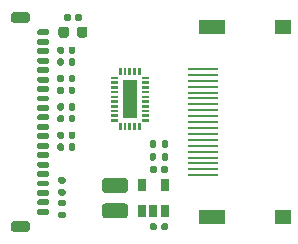
<source format=gts>
G04 #@! TF.GenerationSoftware,KiCad,Pcbnew,5.1.10*
G04 #@! TF.CreationDate,2021-09-12T01:36:55-07:00*
G04 #@! TF.ProjectId,ACORN-CLE-DVI,41434f52-4e2d-4434-9c45-2d4456492e6b,rev?*
G04 #@! TF.SameCoordinates,Original*
G04 #@! TF.FileFunction,Soldermask,Top*
G04 #@! TF.FilePolarity,Negative*
%FSLAX46Y46*%
G04 Gerber Fmt 4.6, Leading zero omitted, Abs format (unit mm)*
G04 Created by KiCad (PCBNEW 5.1.10) date 2021-09-12 01:36:55*
%MOMM*%
%LPD*%
G01*
G04 APERTURE LIST*
%ADD10R,0.650000X1.060000*%
%ADD11R,1.200000X3.200000*%
%ADD12R,1.400000X1.300000*%
%ADD13R,2.200000X1.300000*%
%ADD14R,2.600000X0.280000*%
G04 APERTURE END LIST*
G36*
G01*
X153155000Y-106560000D02*
X153155000Y-106190000D01*
G75*
G02*
X153290000Y-106055000I135000J0D01*
G01*
X153560000Y-106055000D01*
G75*
G02*
X153695000Y-106190000I0J-135000D01*
G01*
X153695000Y-106560000D01*
G75*
G02*
X153560000Y-106695000I-135000J0D01*
G01*
X153290000Y-106695000D01*
G75*
G02*
X153155000Y-106560000I0J135000D01*
G01*
G37*
G36*
G01*
X152135000Y-106560000D02*
X152135000Y-106190000D01*
G75*
G02*
X152270000Y-106055000I135000J0D01*
G01*
X152540000Y-106055000D01*
G75*
G02*
X152675000Y-106190000I0J-135000D01*
G01*
X152675000Y-106560000D01*
G75*
G02*
X152540000Y-106695000I-135000J0D01*
G01*
X152270000Y-106695000D01*
G75*
G02*
X152135000Y-106560000I0J135000D01*
G01*
G37*
G36*
G01*
X153150000Y-105485000D02*
X153150000Y-105115000D01*
G75*
G02*
X153285000Y-104980000I135000J0D01*
G01*
X153555000Y-104980000D01*
G75*
G02*
X153690000Y-105115000I0J-135000D01*
G01*
X153690000Y-105485000D01*
G75*
G02*
X153555000Y-105620000I-135000J0D01*
G01*
X153285000Y-105620000D01*
G75*
G02*
X153150000Y-105485000I0J135000D01*
G01*
G37*
G36*
G01*
X152130000Y-105485000D02*
X152130000Y-105115000D01*
G75*
G02*
X152265000Y-104980000I135000J0D01*
G01*
X152535000Y-104980000D01*
G75*
G02*
X152670000Y-105115000I0J-135000D01*
G01*
X152670000Y-105485000D01*
G75*
G02*
X152535000Y-105620000I-135000J0D01*
G01*
X152265000Y-105620000D01*
G75*
G02*
X152130000Y-105485000I0J135000D01*
G01*
G37*
G36*
G01*
X144515000Y-109125000D02*
X144885000Y-109125000D01*
G75*
G02*
X145020000Y-109260000I0J-135000D01*
G01*
X145020000Y-109530000D01*
G75*
G02*
X144885000Y-109665000I-135000J0D01*
G01*
X144515000Y-109665000D01*
G75*
G02*
X144380000Y-109530000I0J135000D01*
G01*
X144380000Y-109260000D01*
G75*
G02*
X144515000Y-109125000I135000J0D01*
G01*
G37*
G36*
G01*
X144515000Y-108105000D02*
X144885000Y-108105000D01*
G75*
G02*
X145020000Y-108240000I0J-135000D01*
G01*
X145020000Y-108510000D01*
G75*
G02*
X144885000Y-108645000I-135000J0D01*
G01*
X144515000Y-108645000D01*
G75*
G02*
X144380000Y-108510000I0J135000D01*
G01*
X144380000Y-108240000D01*
G75*
G02*
X144515000Y-108105000I135000J0D01*
G01*
G37*
G36*
G01*
X144885000Y-110570000D02*
X144515000Y-110570000D01*
G75*
G02*
X144380000Y-110435000I0J135000D01*
G01*
X144380000Y-110165000D01*
G75*
G02*
X144515000Y-110030000I135000J0D01*
G01*
X144885000Y-110030000D01*
G75*
G02*
X145020000Y-110165000I0J-135000D01*
G01*
X145020000Y-110435000D01*
G75*
G02*
X144885000Y-110570000I-135000J0D01*
G01*
G37*
G36*
G01*
X144885000Y-111590000D02*
X144515000Y-111590000D01*
G75*
G02*
X144380000Y-111455000I0J135000D01*
G01*
X144380000Y-111185000D01*
G75*
G02*
X144515000Y-111050000I135000J0D01*
G01*
X144885000Y-111050000D01*
G75*
G02*
X145020000Y-111185000I0J-135000D01*
G01*
X145020000Y-111455000D01*
G75*
G02*
X144885000Y-111590000I-135000J0D01*
G01*
G37*
D10*
X151500000Y-108775000D03*
X153400000Y-108775000D03*
X153400000Y-110975000D03*
X152450000Y-110975000D03*
X151500000Y-110975000D03*
G36*
G01*
X148350000Y-110325000D02*
X150050000Y-110325000D01*
G75*
G02*
X150300000Y-110575000I0J-250000D01*
G01*
X150300000Y-111325000D01*
G75*
G02*
X150050000Y-111575000I-250000J0D01*
G01*
X148350000Y-111575000D01*
G75*
G02*
X148100000Y-111325000I0J250000D01*
G01*
X148100000Y-110575000D01*
G75*
G02*
X148350000Y-110325000I250000J0D01*
G01*
G37*
G36*
G01*
X148350000Y-108175000D02*
X150050000Y-108175000D01*
G75*
G02*
X150300000Y-108425000I0J-250000D01*
G01*
X150300000Y-109175000D01*
G75*
G02*
X150050000Y-109425000I-250000J0D01*
G01*
X148350000Y-109425000D01*
G75*
G02*
X148100000Y-109175000I0J250000D01*
G01*
X148100000Y-108425000D01*
G75*
G02*
X148350000Y-108175000I250000J0D01*
G01*
G37*
G36*
G01*
X145287500Y-95568750D02*
X145287500Y-96081250D01*
G75*
G02*
X145068750Y-96300000I-218750J0D01*
G01*
X144631250Y-96300000D01*
G75*
G02*
X144412500Y-96081250I0J218750D01*
G01*
X144412500Y-95568750D01*
G75*
G02*
X144631250Y-95350000I218750J0D01*
G01*
X145068750Y-95350000D01*
G75*
G02*
X145287500Y-95568750I0J-218750D01*
G01*
G37*
G36*
G01*
X146862500Y-95568750D02*
X146862500Y-96081250D01*
G75*
G02*
X146643750Y-96300000I-218750J0D01*
G01*
X146206250Y-96300000D01*
G75*
G02*
X145987500Y-96081250I0J218750D01*
G01*
X145987500Y-95568750D01*
G75*
G02*
X146206250Y-95350000I218750J0D01*
G01*
X146643750Y-95350000D01*
G75*
G02*
X146862500Y-95568750I0J-218750D01*
G01*
G37*
G36*
G01*
X152720000Y-107280000D02*
X152720000Y-107620000D01*
G75*
G02*
X152580000Y-107760000I-140000J0D01*
G01*
X152300000Y-107760000D01*
G75*
G02*
X152160000Y-107620000I0J140000D01*
G01*
X152160000Y-107280000D01*
G75*
G02*
X152300000Y-107140000I140000J0D01*
G01*
X152580000Y-107140000D01*
G75*
G02*
X152720000Y-107280000I0J-140000D01*
G01*
G37*
G36*
G01*
X153680000Y-107280000D02*
X153680000Y-107620000D01*
G75*
G02*
X153540000Y-107760000I-140000J0D01*
G01*
X153260000Y-107760000D01*
G75*
G02*
X153120000Y-107620000I0J140000D01*
G01*
X153120000Y-107280000D01*
G75*
G02*
X153260000Y-107140000I140000J0D01*
G01*
X153540000Y-107140000D01*
G75*
G02*
X153680000Y-107280000I0J-140000D01*
G01*
G37*
G36*
G01*
X152720000Y-112130000D02*
X152720000Y-112470000D01*
G75*
G02*
X152580000Y-112610000I-140000J0D01*
G01*
X152300000Y-112610000D01*
G75*
G02*
X152160000Y-112470000I0J140000D01*
G01*
X152160000Y-112130000D01*
G75*
G02*
X152300000Y-111990000I140000J0D01*
G01*
X152580000Y-111990000D01*
G75*
G02*
X152720000Y-112130000I0J-140000D01*
G01*
G37*
G36*
G01*
X153680000Y-112130000D02*
X153680000Y-112470000D01*
G75*
G02*
X153540000Y-112610000I-140000J0D01*
G01*
X153260000Y-112610000D01*
G75*
G02*
X153120000Y-112470000I0J140000D01*
G01*
X153120000Y-112130000D01*
G75*
G02*
X153260000Y-111990000I140000J0D01*
G01*
X153540000Y-111990000D01*
G75*
G02*
X153680000Y-112130000I0J-140000D01*
G01*
G37*
G36*
G01*
X145445000Y-94405000D02*
X145445000Y-94745000D01*
G75*
G02*
X145305000Y-94885000I-140000J0D01*
G01*
X145025000Y-94885000D01*
G75*
G02*
X144885000Y-94745000I0J140000D01*
G01*
X144885000Y-94405000D01*
G75*
G02*
X145025000Y-94265000I140000J0D01*
G01*
X145305000Y-94265000D01*
G75*
G02*
X145445000Y-94405000I0J-140000D01*
G01*
G37*
G36*
G01*
X146405000Y-94405000D02*
X146405000Y-94745000D01*
G75*
G02*
X146265000Y-94885000I-140000J0D01*
G01*
X145985000Y-94885000D01*
G75*
G02*
X145845000Y-94745000I0J140000D01*
G01*
X145845000Y-94405000D01*
G75*
G02*
X145985000Y-94265000I140000J0D01*
G01*
X146265000Y-94265000D01*
G75*
G02*
X146405000Y-94405000I0J-140000D01*
G01*
G37*
G36*
G01*
X144320000Y-105720000D02*
X144320000Y-105380000D01*
G75*
G02*
X144460000Y-105240000I140000J0D01*
G01*
X144740000Y-105240000D01*
G75*
G02*
X144880000Y-105380000I0J-140000D01*
G01*
X144880000Y-105720000D01*
G75*
G02*
X144740000Y-105860000I-140000J0D01*
G01*
X144460000Y-105860000D01*
G75*
G02*
X144320000Y-105720000I0J140000D01*
G01*
G37*
G36*
G01*
X145280000Y-105720000D02*
X145280000Y-105380000D01*
G75*
G02*
X145420000Y-105240000I140000J0D01*
G01*
X145700000Y-105240000D01*
G75*
G02*
X145840000Y-105380000I0J-140000D01*
G01*
X145840000Y-105720000D01*
G75*
G02*
X145700000Y-105860000I-140000J0D01*
G01*
X145420000Y-105860000D01*
G75*
G02*
X145280000Y-105720000I0J140000D01*
G01*
G37*
G36*
G01*
X144320000Y-104720000D02*
X144320000Y-104380000D01*
G75*
G02*
X144460000Y-104240000I140000J0D01*
G01*
X144740000Y-104240000D01*
G75*
G02*
X144880000Y-104380000I0J-140000D01*
G01*
X144880000Y-104720000D01*
G75*
G02*
X144740000Y-104860000I-140000J0D01*
G01*
X144460000Y-104860000D01*
G75*
G02*
X144320000Y-104720000I0J140000D01*
G01*
G37*
G36*
G01*
X145280000Y-104720000D02*
X145280000Y-104380000D01*
G75*
G02*
X145420000Y-104240000I140000J0D01*
G01*
X145700000Y-104240000D01*
G75*
G02*
X145840000Y-104380000I0J-140000D01*
G01*
X145840000Y-104720000D01*
G75*
G02*
X145700000Y-104860000I-140000J0D01*
G01*
X145420000Y-104860000D01*
G75*
G02*
X145280000Y-104720000I0J140000D01*
G01*
G37*
G36*
G01*
X144320000Y-103320000D02*
X144320000Y-102980000D01*
G75*
G02*
X144460000Y-102840000I140000J0D01*
G01*
X144740000Y-102840000D01*
G75*
G02*
X144880000Y-102980000I0J-140000D01*
G01*
X144880000Y-103320000D01*
G75*
G02*
X144740000Y-103460000I-140000J0D01*
G01*
X144460000Y-103460000D01*
G75*
G02*
X144320000Y-103320000I0J140000D01*
G01*
G37*
G36*
G01*
X145280000Y-103320000D02*
X145280000Y-102980000D01*
G75*
G02*
X145420000Y-102840000I140000J0D01*
G01*
X145700000Y-102840000D01*
G75*
G02*
X145840000Y-102980000I0J-140000D01*
G01*
X145840000Y-103320000D01*
G75*
G02*
X145700000Y-103460000I-140000J0D01*
G01*
X145420000Y-103460000D01*
G75*
G02*
X145280000Y-103320000I0J140000D01*
G01*
G37*
G36*
G01*
X144310000Y-102320000D02*
X144310000Y-101980000D01*
G75*
G02*
X144450000Y-101840000I140000J0D01*
G01*
X144730000Y-101840000D01*
G75*
G02*
X144870000Y-101980000I0J-140000D01*
G01*
X144870000Y-102320000D01*
G75*
G02*
X144730000Y-102460000I-140000J0D01*
G01*
X144450000Y-102460000D01*
G75*
G02*
X144310000Y-102320000I0J140000D01*
G01*
G37*
G36*
G01*
X145270000Y-102320000D02*
X145270000Y-101980000D01*
G75*
G02*
X145410000Y-101840000I140000J0D01*
G01*
X145690000Y-101840000D01*
G75*
G02*
X145830000Y-101980000I0J-140000D01*
G01*
X145830000Y-102320000D01*
G75*
G02*
X145690000Y-102460000I-140000J0D01*
G01*
X145410000Y-102460000D01*
G75*
G02*
X145270000Y-102320000I0J140000D01*
G01*
G37*
G36*
G01*
X144310000Y-100920000D02*
X144310000Y-100580000D01*
G75*
G02*
X144450000Y-100440000I140000J0D01*
G01*
X144730000Y-100440000D01*
G75*
G02*
X144870000Y-100580000I0J-140000D01*
G01*
X144870000Y-100920000D01*
G75*
G02*
X144730000Y-101060000I-140000J0D01*
G01*
X144450000Y-101060000D01*
G75*
G02*
X144310000Y-100920000I0J140000D01*
G01*
G37*
G36*
G01*
X145270000Y-100920000D02*
X145270000Y-100580000D01*
G75*
G02*
X145410000Y-100440000I140000J0D01*
G01*
X145690000Y-100440000D01*
G75*
G02*
X145830000Y-100580000I0J-140000D01*
G01*
X145830000Y-100920000D01*
G75*
G02*
X145690000Y-101060000I-140000J0D01*
G01*
X145410000Y-101060000D01*
G75*
G02*
X145270000Y-100920000I0J140000D01*
G01*
G37*
G36*
G01*
X144310000Y-99920000D02*
X144310000Y-99580000D01*
G75*
G02*
X144450000Y-99440000I140000J0D01*
G01*
X144730000Y-99440000D01*
G75*
G02*
X144870000Y-99580000I0J-140000D01*
G01*
X144870000Y-99920000D01*
G75*
G02*
X144730000Y-100060000I-140000J0D01*
G01*
X144450000Y-100060000D01*
G75*
G02*
X144310000Y-99920000I0J140000D01*
G01*
G37*
G36*
G01*
X145270000Y-99920000D02*
X145270000Y-99580000D01*
G75*
G02*
X145410000Y-99440000I140000J0D01*
G01*
X145690000Y-99440000D01*
G75*
G02*
X145830000Y-99580000I0J-140000D01*
G01*
X145830000Y-99920000D01*
G75*
G02*
X145690000Y-100060000I-140000J0D01*
G01*
X145410000Y-100060000D01*
G75*
G02*
X145270000Y-99920000I0J140000D01*
G01*
G37*
G36*
G01*
X144310000Y-98520000D02*
X144310000Y-98180000D01*
G75*
G02*
X144450000Y-98040000I140000J0D01*
G01*
X144730000Y-98040000D01*
G75*
G02*
X144870000Y-98180000I0J-140000D01*
G01*
X144870000Y-98520000D01*
G75*
G02*
X144730000Y-98660000I-140000J0D01*
G01*
X144450000Y-98660000D01*
G75*
G02*
X144310000Y-98520000I0J140000D01*
G01*
G37*
G36*
G01*
X145270000Y-98520000D02*
X145270000Y-98180000D01*
G75*
G02*
X145410000Y-98040000I140000J0D01*
G01*
X145690000Y-98040000D01*
G75*
G02*
X145830000Y-98180000I0J-140000D01*
G01*
X145830000Y-98520000D01*
G75*
G02*
X145690000Y-98660000I-140000J0D01*
G01*
X145410000Y-98660000D01*
G75*
G02*
X145270000Y-98520000I0J140000D01*
G01*
G37*
G36*
G01*
X144310000Y-97520000D02*
X144310000Y-97180000D01*
G75*
G02*
X144450000Y-97040000I140000J0D01*
G01*
X144730000Y-97040000D01*
G75*
G02*
X144870000Y-97180000I0J-140000D01*
G01*
X144870000Y-97520000D01*
G75*
G02*
X144730000Y-97660000I-140000J0D01*
G01*
X144450000Y-97660000D01*
G75*
G02*
X144310000Y-97520000I0J140000D01*
G01*
G37*
G36*
G01*
X145270000Y-97520000D02*
X145270000Y-97180000D01*
G75*
G02*
X145410000Y-97040000I140000J0D01*
G01*
X145690000Y-97040000D01*
G75*
G02*
X145830000Y-97180000I0J-140000D01*
G01*
X145830000Y-97520000D01*
G75*
G02*
X145690000Y-97660000I-140000J0D01*
G01*
X145410000Y-97660000D01*
G75*
G02*
X145270000Y-97520000I0J140000D01*
G01*
G37*
G36*
G01*
X140615000Y-111839000D02*
X141765000Y-111839000D01*
G75*
G02*
X141990000Y-112064000I0J-225000D01*
G01*
X141990000Y-112514000D01*
G75*
G02*
X141765000Y-112739000I-225000J0D01*
G01*
X140615000Y-112739000D01*
G75*
G02*
X140390000Y-112514000I0J225000D01*
G01*
X140390000Y-112064000D01*
G75*
G02*
X140615000Y-111839000I225000J0D01*
G01*
G37*
G36*
G01*
X140615000Y-94139000D02*
X141765000Y-94139000D01*
G75*
G02*
X141990000Y-94364000I0J-225000D01*
G01*
X141990000Y-94814000D01*
G75*
G02*
X141765000Y-95039000I-225000J0D01*
G01*
X140615000Y-95039000D01*
G75*
G02*
X140390000Y-94814000I0J225000D01*
G01*
X140390000Y-94364000D01*
G75*
G02*
X140615000Y-94139000I225000J0D01*
G01*
G37*
G36*
G01*
X142735000Y-110789000D02*
X143485000Y-110789000D01*
G75*
G02*
X143610000Y-110914000I0J-125000D01*
G01*
X143610000Y-111164000D01*
G75*
G02*
X143485000Y-111289000I-125000J0D01*
G01*
X142735000Y-111289000D01*
G75*
G02*
X142610000Y-111164000I0J125000D01*
G01*
X142610000Y-110914000D01*
G75*
G02*
X142735000Y-110789000I125000J0D01*
G01*
G37*
G36*
G01*
X142735000Y-109989000D02*
X143485000Y-109989000D01*
G75*
G02*
X143610000Y-110114000I0J-125000D01*
G01*
X143610000Y-110364000D01*
G75*
G02*
X143485000Y-110489000I-125000J0D01*
G01*
X142735000Y-110489000D01*
G75*
G02*
X142610000Y-110364000I0J125000D01*
G01*
X142610000Y-110114000D01*
G75*
G02*
X142735000Y-109989000I125000J0D01*
G01*
G37*
G36*
G01*
X142735000Y-109189000D02*
X143485000Y-109189000D01*
G75*
G02*
X143610000Y-109314000I0J-125000D01*
G01*
X143610000Y-109564000D01*
G75*
G02*
X143485000Y-109689000I-125000J0D01*
G01*
X142735000Y-109689000D01*
G75*
G02*
X142610000Y-109564000I0J125000D01*
G01*
X142610000Y-109314000D01*
G75*
G02*
X142735000Y-109189000I125000J0D01*
G01*
G37*
G36*
G01*
X142735000Y-108389000D02*
X143485000Y-108389000D01*
G75*
G02*
X143610000Y-108514000I0J-125000D01*
G01*
X143610000Y-108764000D01*
G75*
G02*
X143485000Y-108889000I-125000J0D01*
G01*
X142735000Y-108889000D01*
G75*
G02*
X142610000Y-108764000I0J125000D01*
G01*
X142610000Y-108514000D01*
G75*
G02*
X142735000Y-108389000I125000J0D01*
G01*
G37*
G36*
G01*
X142735000Y-107589000D02*
X143485000Y-107589000D01*
G75*
G02*
X143610000Y-107714000I0J-125000D01*
G01*
X143610000Y-107964000D01*
G75*
G02*
X143485000Y-108089000I-125000J0D01*
G01*
X142735000Y-108089000D01*
G75*
G02*
X142610000Y-107964000I0J125000D01*
G01*
X142610000Y-107714000D01*
G75*
G02*
X142735000Y-107589000I125000J0D01*
G01*
G37*
G36*
G01*
X142735000Y-106789000D02*
X143485000Y-106789000D01*
G75*
G02*
X143610000Y-106914000I0J-125000D01*
G01*
X143610000Y-107164000D01*
G75*
G02*
X143485000Y-107289000I-125000J0D01*
G01*
X142735000Y-107289000D01*
G75*
G02*
X142610000Y-107164000I0J125000D01*
G01*
X142610000Y-106914000D01*
G75*
G02*
X142735000Y-106789000I125000J0D01*
G01*
G37*
G36*
G01*
X142735000Y-105989000D02*
X143485000Y-105989000D01*
G75*
G02*
X143610000Y-106114000I0J-125000D01*
G01*
X143610000Y-106364000D01*
G75*
G02*
X143485000Y-106489000I-125000J0D01*
G01*
X142735000Y-106489000D01*
G75*
G02*
X142610000Y-106364000I0J125000D01*
G01*
X142610000Y-106114000D01*
G75*
G02*
X142735000Y-105989000I125000J0D01*
G01*
G37*
G36*
G01*
X142735000Y-105189000D02*
X143485000Y-105189000D01*
G75*
G02*
X143610000Y-105314000I0J-125000D01*
G01*
X143610000Y-105564000D01*
G75*
G02*
X143485000Y-105689000I-125000J0D01*
G01*
X142735000Y-105689000D01*
G75*
G02*
X142610000Y-105564000I0J125000D01*
G01*
X142610000Y-105314000D01*
G75*
G02*
X142735000Y-105189000I125000J0D01*
G01*
G37*
G36*
G01*
X142735000Y-104389000D02*
X143485000Y-104389000D01*
G75*
G02*
X143610000Y-104514000I0J-125000D01*
G01*
X143610000Y-104764000D01*
G75*
G02*
X143485000Y-104889000I-125000J0D01*
G01*
X142735000Y-104889000D01*
G75*
G02*
X142610000Y-104764000I0J125000D01*
G01*
X142610000Y-104514000D01*
G75*
G02*
X142735000Y-104389000I125000J0D01*
G01*
G37*
G36*
G01*
X142735000Y-103589000D02*
X143485000Y-103589000D01*
G75*
G02*
X143610000Y-103714000I0J-125000D01*
G01*
X143610000Y-103964000D01*
G75*
G02*
X143485000Y-104089000I-125000J0D01*
G01*
X142735000Y-104089000D01*
G75*
G02*
X142610000Y-103964000I0J125000D01*
G01*
X142610000Y-103714000D01*
G75*
G02*
X142735000Y-103589000I125000J0D01*
G01*
G37*
G36*
G01*
X142735000Y-102789000D02*
X143485000Y-102789000D01*
G75*
G02*
X143610000Y-102914000I0J-125000D01*
G01*
X143610000Y-103164000D01*
G75*
G02*
X143485000Y-103289000I-125000J0D01*
G01*
X142735000Y-103289000D01*
G75*
G02*
X142610000Y-103164000I0J125000D01*
G01*
X142610000Y-102914000D01*
G75*
G02*
X142735000Y-102789000I125000J0D01*
G01*
G37*
G36*
G01*
X142735000Y-101989000D02*
X143485000Y-101989000D01*
G75*
G02*
X143610000Y-102114000I0J-125000D01*
G01*
X143610000Y-102364000D01*
G75*
G02*
X143485000Y-102489000I-125000J0D01*
G01*
X142735000Y-102489000D01*
G75*
G02*
X142610000Y-102364000I0J125000D01*
G01*
X142610000Y-102114000D01*
G75*
G02*
X142735000Y-101989000I125000J0D01*
G01*
G37*
G36*
G01*
X142735000Y-101189000D02*
X143485000Y-101189000D01*
G75*
G02*
X143610000Y-101314000I0J-125000D01*
G01*
X143610000Y-101564000D01*
G75*
G02*
X143485000Y-101689000I-125000J0D01*
G01*
X142735000Y-101689000D01*
G75*
G02*
X142610000Y-101564000I0J125000D01*
G01*
X142610000Y-101314000D01*
G75*
G02*
X142735000Y-101189000I125000J0D01*
G01*
G37*
G36*
G01*
X142735000Y-100389000D02*
X143485000Y-100389000D01*
G75*
G02*
X143610000Y-100514000I0J-125000D01*
G01*
X143610000Y-100764000D01*
G75*
G02*
X143485000Y-100889000I-125000J0D01*
G01*
X142735000Y-100889000D01*
G75*
G02*
X142610000Y-100764000I0J125000D01*
G01*
X142610000Y-100514000D01*
G75*
G02*
X142735000Y-100389000I125000J0D01*
G01*
G37*
G36*
G01*
X142735000Y-99589000D02*
X143485000Y-99589000D01*
G75*
G02*
X143610000Y-99714000I0J-125000D01*
G01*
X143610000Y-99964000D01*
G75*
G02*
X143485000Y-100089000I-125000J0D01*
G01*
X142735000Y-100089000D01*
G75*
G02*
X142610000Y-99964000I0J125000D01*
G01*
X142610000Y-99714000D01*
G75*
G02*
X142735000Y-99589000I125000J0D01*
G01*
G37*
G36*
G01*
X142735000Y-98789000D02*
X143485000Y-98789000D01*
G75*
G02*
X143610000Y-98914000I0J-125000D01*
G01*
X143610000Y-99164000D01*
G75*
G02*
X143485000Y-99289000I-125000J0D01*
G01*
X142735000Y-99289000D01*
G75*
G02*
X142610000Y-99164000I0J125000D01*
G01*
X142610000Y-98914000D01*
G75*
G02*
X142735000Y-98789000I125000J0D01*
G01*
G37*
G36*
G01*
X142735000Y-97989000D02*
X143485000Y-97989000D01*
G75*
G02*
X143610000Y-98114000I0J-125000D01*
G01*
X143610000Y-98364000D01*
G75*
G02*
X143485000Y-98489000I-125000J0D01*
G01*
X142735000Y-98489000D01*
G75*
G02*
X142610000Y-98364000I0J125000D01*
G01*
X142610000Y-98114000D01*
G75*
G02*
X142735000Y-97989000I125000J0D01*
G01*
G37*
G36*
G01*
X142735000Y-97189000D02*
X143485000Y-97189000D01*
G75*
G02*
X143610000Y-97314000I0J-125000D01*
G01*
X143610000Y-97564000D01*
G75*
G02*
X143485000Y-97689000I-125000J0D01*
G01*
X142735000Y-97689000D01*
G75*
G02*
X142610000Y-97564000I0J125000D01*
G01*
X142610000Y-97314000D01*
G75*
G02*
X142735000Y-97189000I125000J0D01*
G01*
G37*
G36*
G01*
X142735000Y-96389000D02*
X143485000Y-96389000D01*
G75*
G02*
X143610000Y-96514000I0J-125000D01*
G01*
X143610000Y-96764000D01*
G75*
G02*
X143485000Y-96889000I-125000J0D01*
G01*
X142735000Y-96889000D01*
G75*
G02*
X142610000Y-96764000I0J125000D01*
G01*
X142610000Y-96514000D01*
G75*
G02*
X142735000Y-96389000I125000J0D01*
G01*
G37*
G36*
G01*
X142735000Y-95589000D02*
X143485000Y-95589000D01*
G75*
G02*
X143610000Y-95714000I0J-125000D01*
G01*
X143610000Y-95964000D01*
G75*
G02*
X143485000Y-96089000I-125000J0D01*
G01*
X142735000Y-96089000D01*
G75*
G02*
X142610000Y-95964000I0J125000D01*
G01*
X142610000Y-95714000D01*
G75*
G02*
X142735000Y-95589000I125000J0D01*
G01*
G37*
D11*
X150450000Y-101500000D03*
G36*
G01*
X151475000Y-99803400D02*
X151475000Y-99596600D01*
G75*
G02*
X151481600Y-99590000I6600J0D01*
G01*
X152058400Y-99590000D01*
G75*
G02*
X152065000Y-99596600I0J-6600D01*
G01*
X152065000Y-99803400D01*
G75*
G02*
X152058400Y-99810000I-6600J0D01*
G01*
X151481600Y-99810000D01*
G75*
G02*
X151475000Y-99803400I0J6600D01*
G01*
G37*
G36*
G01*
X151475000Y-100203400D02*
X151475000Y-99996600D01*
G75*
G02*
X151481600Y-99990000I6600J0D01*
G01*
X152058400Y-99990000D01*
G75*
G02*
X152065000Y-99996600I0J-6600D01*
G01*
X152065000Y-100203400D01*
G75*
G02*
X152058400Y-100210000I-6600J0D01*
G01*
X151481600Y-100210000D01*
G75*
G02*
X151475000Y-100203400I0J6600D01*
G01*
G37*
G36*
G01*
X151475000Y-100603400D02*
X151475000Y-100396600D01*
G75*
G02*
X151481600Y-100390000I6600J0D01*
G01*
X152058400Y-100390000D01*
G75*
G02*
X152065000Y-100396600I0J-6600D01*
G01*
X152065000Y-100603400D01*
G75*
G02*
X152058400Y-100610000I-6600J0D01*
G01*
X151481600Y-100610000D01*
G75*
G02*
X151475000Y-100603400I0J6600D01*
G01*
G37*
G36*
G01*
X151475000Y-101003400D02*
X151475000Y-100796600D01*
G75*
G02*
X151481600Y-100790000I6600J0D01*
G01*
X152058400Y-100790000D01*
G75*
G02*
X152065000Y-100796600I0J-6600D01*
G01*
X152065000Y-101003400D01*
G75*
G02*
X152058400Y-101010000I-6600J0D01*
G01*
X151481600Y-101010000D01*
G75*
G02*
X151475000Y-101003400I0J6600D01*
G01*
G37*
G36*
G01*
X151475000Y-101403400D02*
X151475000Y-101196600D01*
G75*
G02*
X151481600Y-101190000I6600J0D01*
G01*
X152058400Y-101190000D01*
G75*
G02*
X152065000Y-101196600I0J-6600D01*
G01*
X152065000Y-101403400D01*
G75*
G02*
X152058400Y-101410000I-6600J0D01*
G01*
X151481600Y-101410000D01*
G75*
G02*
X151475000Y-101403400I0J6600D01*
G01*
G37*
G36*
G01*
X151475000Y-101803400D02*
X151475000Y-101596600D01*
G75*
G02*
X151481600Y-101590000I6600J0D01*
G01*
X152058400Y-101590000D01*
G75*
G02*
X152065000Y-101596600I0J-6600D01*
G01*
X152065000Y-101803400D01*
G75*
G02*
X152058400Y-101810000I-6600J0D01*
G01*
X151481600Y-101810000D01*
G75*
G02*
X151475000Y-101803400I0J6600D01*
G01*
G37*
G36*
G01*
X151475000Y-102203400D02*
X151475000Y-101996600D01*
G75*
G02*
X151481600Y-101990000I6600J0D01*
G01*
X152058400Y-101990000D01*
G75*
G02*
X152065000Y-101996600I0J-6600D01*
G01*
X152065000Y-102203400D01*
G75*
G02*
X152058400Y-102210000I-6600J0D01*
G01*
X151481600Y-102210000D01*
G75*
G02*
X151475000Y-102203400I0J6600D01*
G01*
G37*
G36*
G01*
X151475000Y-102603400D02*
X151475000Y-102396600D01*
G75*
G02*
X151481600Y-102390000I6600J0D01*
G01*
X152058400Y-102390000D01*
G75*
G02*
X152065000Y-102396600I0J-6600D01*
G01*
X152065000Y-102603400D01*
G75*
G02*
X152058400Y-102610000I-6600J0D01*
G01*
X151481600Y-102610000D01*
G75*
G02*
X151475000Y-102603400I0J6600D01*
G01*
G37*
G36*
G01*
X151475000Y-103003400D02*
X151475000Y-102796600D01*
G75*
G02*
X151481600Y-102790000I6600J0D01*
G01*
X152058400Y-102790000D01*
G75*
G02*
X152065000Y-102796600I0J-6600D01*
G01*
X152065000Y-103003400D01*
G75*
G02*
X152058400Y-103010000I-6600J0D01*
G01*
X151481600Y-103010000D01*
G75*
G02*
X151475000Y-103003400I0J6600D01*
G01*
G37*
G36*
G01*
X151475000Y-103403400D02*
X151475000Y-103196600D01*
G75*
G02*
X151481600Y-103190000I6600J0D01*
G01*
X152058400Y-103190000D01*
G75*
G02*
X152065000Y-103196600I0J-6600D01*
G01*
X152065000Y-103403400D01*
G75*
G02*
X152058400Y-103410000I-6600J0D01*
G01*
X151481600Y-103410000D01*
G75*
G02*
X151475000Y-103403400I0J6600D01*
G01*
G37*
G36*
G01*
X148835000Y-103403400D02*
X148835000Y-103196600D01*
G75*
G02*
X148841600Y-103190000I6600J0D01*
G01*
X149418400Y-103190000D01*
G75*
G02*
X149425000Y-103196600I0J-6600D01*
G01*
X149425000Y-103403400D01*
G75*
G02*
X149418400Y-103410000I-6600J0D01*
G01*
X148841600Y-103410000D01*
G75*
G02*
X148835000Y-103403400I0J6600D01*
G01*
G37*
G36*
G01*
X148835000Y-103003400D02*
X148835000Y-102796600D01*
G75*
G02*
X148841600Y-102790000I6600J0D01*
G01*
X149418400Y-102790000D01*
G75*
G02*
X149425000Y-102796600I0J-6600D01*
G01*
X149425000Y-103003400D01*
G75*
G02*
X149418400Y-103010000I-6600J0D01*
G01*
X148841600Y-103010000D01*
G75*
G02*
X148835000Y-103003400I0J6600D01*
G01*
G37*
G36*
G01*
X148835000Y-102603400D02*
X148835000Y-102396600D01*
G75*
G02*
X148841600Y-102390000I6600J0D01*
G01*
X149418400Y-102390000D01*
G75*
G02*
X149425000Y-102396600I0J-6600D01*
G01*
X149425000Y-102603400D01*
G75*
G02*
X149418400Y-102610000I-6600J0D01*
G01*
X148841600Y-102610000D01*
G75*
G02*
X148835000Y-102603400I0J6600D01*
G01*
G37*
G36*
G01*
X148835000Y-102203400D02*
X148835000Y-101996600D01*
G75*
G02*
X148841600Y-101990000I6600J0D01*
G01*
X149418400Y-101990000D01*
G75*
G02*
X149425000Y-101996600I0J-6600D01*
G01*
X149425000Y-102203400D01*
G75*
G02*
X149418400Y-102210000I-6600J0D01*
G01*
X148841600Y-102210000D01*
G75*
G02*
X148835000Y-102203400I0J6600D01*
G01*
G37*
G36*
G01*
X148835000Y-101803400D02*
X148835000Y-101596600D01*
G75*
G02*
X148841600Y-101590000I6600J0D01*
G01*
X149418400Y-101590000D01*
G75*
G02*
X149425000Y-101596600I0J-6600D01*
G01*
X149425000Y-101803400D01*
G75*
G02*
X149418400Y-101810000I-6600J0D01*
G01*
X148841600Y-101810000D01*
G75*
G02*
X148835000Y-101803400I0J6600D01*
G01*
G37*
G36*
G01*
X148835000Y-101403400D02*
X148835000Y-101196600D01*
G75*
G02*
X148841600Y-101190000I6600J0D01*
G01*
X149418400Y-101190000D01*
G75*
G02*
X149425000Y-101196600I0J-6600D01*
G01*
X149425000Y-101403400D01*
G75*
G02*
X149418400Y-101410000I-6600J0D01*
G01*
X148841600Y-101410000D01*
G75*
G02*
X148835000Y-101403400I0J6600D01*
G01*
G37*
G36*
G01*
X148835000Y-101003400D02*
X148835000Y-100796600D01*
G75*
G02*
X148841600Y-100790000I6600J0D01*
G01*
X149418400Y-100790000D01*
G75*
G02*
X149425000Y-100796600I0J-6600D01*
G01*
X149425000Y-101003400D01*
G75*
G02*
X149418400Y-101010000I-6600J0D01*
G01*
X148841600Y-101010000D01*
G75*
G02*
X148835000Y-101003400I0J6600D01*
G01*
G37*
G36*
G01*
X148835000Y-100603400D02*
X148835000Y-100396600D01*
G75*
G02*
X148841600Y-100390000I6600J0D01*
G01*
X149418400Y-100390000D01*
G75*
G02*
X149425000Y-100396600I0J-6600D01*
G01*
X149425000Y-100603400D01*
G75*
G02*
X149418400Y-100610000I-6600J0D01*
G01*
X148841600Y-100610000D01*
G75*
G02*
X148835000Y-100603400I0J6600D01*
G01*
G37*
G36*
G01*
X148835000Y-100203400D02*
X148835000Y-99996600D01*
G75*
G02*
X148841600Y-99990000I6600J0D01*
G01*
X149418400Y-99990000D01*
G75*
G02*
X149425000Y-99996600I0J-6600D01*
G01*
X149425000Y-100203400D01*
G75*
G02*
X149418400Y-100210000I-6600J0D01*
G01*
X148841600Y-100210000D01*
G75*
G02*
X148835000Y-100203400I0J6600D01*
G01*
G37*
G36*
G01*
X148835000Y-99803400D02*
X148835000Y-99596600D01*
G75*
G02*
X148841600Y-99590000I6600J0D01*
G01*
X149418400Y-99590000D01*
G75*
G02*
X149425000Y-99596600I0J-6600D01*
G01*
X149425000Y-99803400D01*
G75*
G02*
X149418400Y-99810000I-6600J0D01*
G01*
X148841600Y-99810000D01*
G75*
G02*
X148835000Y-99803400I0J6600D01*
G01*
G37*
G36*
G01*
X149540000Y-99468400D02*
X149540000Y-98891600D01*
G75*
G02*
X149546600Y-98885000I6600J0D01*
G01*
X149753400Y-98885000D01*
G75*
G02*
X149760000Y-98891600I0J-6600D01*
G01*
X149760000Y-99468400D01*
G75*
G02*
X149753400Y-99475000I-6600J0D01*
G01*
X149546600Y-99475000D01*
G75*
G02*
X149540000Y-99468400I0J6600D01*
G01*
G37*
G36*
G01*
X149940000Y-99468400D02*
X149940000Y-98891600D01*
G75*
G02*
X149946600Y-98885000I6600J0D01*
G01*
X150153400Y-98885000D01*
G75*
G02*
X150160000Y-98891600I0J-6600D01*
G01*
X150160000Y-99468400D01*
G75*
G02*
X150153400Y-99475000I-6600J0D01*
G01*
X149946600Y-99475000D01*
G75*
G02*
X149940000Y-99468400I0J6600D01*
G01*
G37*
G36*
G01*
X150340000Y-99468400D02*
X150340000Y-98891600D01*
G75*
G02*
X150346600Y-98885000I6600J0D01*
G01*
X150553400Y-98885000D01*
G75*
G02*
X150560000Y-98891600I0J-6600D01*
G01*
X150560000Y-99468400D01*
G75*
G02*
X150553400Y-99475000I-6600J0D01*
G01*
X150346600Y-99475000D01*
G75*
G02*
X150340000Y-99468400I0J6600D01*
G01*
G37*
G36*
G01*
X150740000Y-99468400D02*
X150740000Y-98891600D01*
G75*
G02*
X150746600Y-98885000I6600J0D01*
G01*
X150953400Y-98885000D01*
G75*
G02*
X150960000Y-98891600I0J-6600D01*
G01*
X150960000Y-99468400D01*
G75*
G02*
X150953400Y-99475000I-6600J0D01*
G01*
X150746600Y-99475000D01*
G75*
G02*
X150740000Y-99468400I0J6600D01*
G01*
G37*
G36*
G01*
X151140000Y-99468400D02*
X151140000Y-98891600D01*
G75*
G02*
X151146600Y-98885000I6600J0D01*
G01*
X151353400Y-98885000D01*
G75*
G02*
X151360000Y-98891600I0J-6600D01*
G01*
X151360000Y-99468400D01*
G75*
G02*
X151353400Y-99475000I-6600J0D01*
G01*
X151146600Y-99475000D01*
G75*
G02*
X151140000Y-99468400I0J6600D01*
G01*
G37*
G36*
G01*
X151140000Y-104108400D02*
X151140000Y-103531600D01*
G75*
G02*
X151146600Y-103525000I6600J0D01*
G01*
X151353400Y-103525000D01*
G75*
G02*
X151360000Y-103531600I0J-6600D01*
G01*
X151360000Y-104108400D01*
G75*
G02*
X151353400Y-104115000I-6600J0D01*
G01*
X151146600Y-104115000D01*
G75*
G02*
X151140000Y-104108400I0J6600D01*
G01*
G37*
G36*
G01*
X150740000Y-104108400D02*
X150740000Y-103531600D01*
G75*
G02*
X150746600Y-103525000I6600J0D01*
G01*
X150953400Y-103525000D01*
G75*
G02*
X150960000Y-103531600I0J-6600D01*
G01*
X150960000Y-104108400D01*
G75*
G02*
X150953400Y-104115000I-6600J0D01*
G01*
X150746600Y-104115000D01*
G75*
G02*
X150740000Y-104108400I0J6600D01*
G01*
G37*
G36*
G01*
X150340000Y-104108400D02*
X150340000Y-103531600D01*
G75*
G02*
X150346600Y-103525000I6600J0D01*
G01*
X150553400Y-103525000D01*
G75*
G02*
X150560000Y-103531600I0J-6600D01*
G01*
X150560000Y-104108400D01*
G75*
G02*
X150553400Y-104115000I-6600J0D01*
G01*
X150346600Y-104115000D01*
G75*
G02*
X150340000Y-104108400I0J6600D01*
G01*
G37*
G36*
G01*
X149940000Y-104108400D02*
X149940000Y-103531600D01*
G75*
G02*
X149946600Y-103525000I6600J0D01*
G01*
X150153400Y-103525000D01*
G75*
G02*
X150160000Y-103531600I0J-6600D01*
G01*
X150160000Y-104108400D01*
G75*
G02*
X150153400Y-104115000I-6600J0D01*
G01*
X149946600Y-104115000D01*
G75*
G02*
X149940000Y-104108400I0J6600D01*
G01*
G37*
G36*
G01*
X149540000Y-104108400D02*
X149540000Y-103531600D01*
G75*
G02*
X149546600Y-103525000I6600J0D01*
G01*
X149753400Y-103525000D01*
G75*
G02*
X149760000Y-103531600I0J-6600D01*
G01*
X149760000Y-104108400D01*
G75*
G02*
X149753400Y-104115000I-6600J0D01*
G01*
X149546600Y-104115000D01*
G75*
G02*
X149540000Y-104108400I0J6600D01*
G01*
G37*
D12*
X163410000Y-95389000D03*
X163410000Y-111489000D03*
D13*
X157450000Y-111489000D03*
X157450000Y-95389000D03*
D14*
X156690000Y-107939000D03*
X156690000Y-107439000D03*
X156690000Y-106939000D03*
X156690000Y-106439000D03*
X156690000Y-105939000D03*
X156690000Y-105439000D03*
X156690000Y-104939000D03*
X156690000Y-104439000D03*
X156690000Y-103939000D03*
X156690000Y-98939000D03*
X156690000Y-99439000D03*
X156690000Y-99939000D03*
X156690000Y-100439000D03*
X156690000Y-100939000D03*
X156690000Y-101439000D03*
X156690000Y-101939000D03*
X156690000Y-102439000D03*
X156690000Y-102939000D03*
X156690000Y-103439000D03*
M02*

</source>
